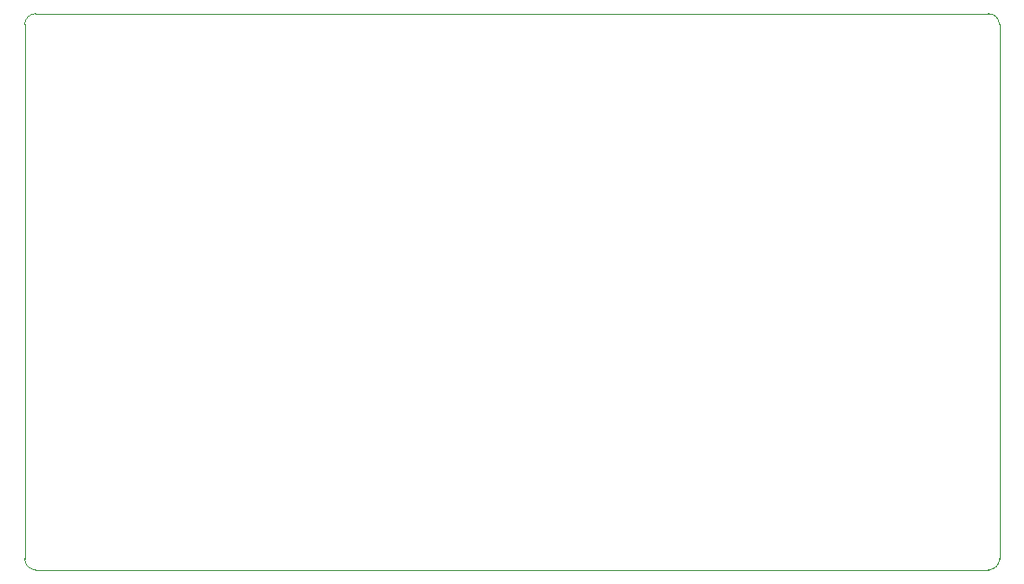
<source format=gbr>
G04 #@! TF.GenerationSoftware,KiCad,Pcbnew,5.1.5-1.fc31*
G04 #@! TF.CreationDate,2019-12-19T17:21:19-06:00*
G04 #@! TF.ProjectId,blinkencard,626c696e-6b65-46e6-9361-72642e6b6963,V2.0*
G04 #@! TF.SameCoordinates,Original*
G04 #@! TF.FileFunction,Profile,NP*
%FSLAX46Y46*%
G04 Gerber Fmt 4.6, Leading zero omitted, Abs format (unit mm)*
G04 Created by KiCad (PCBNEW 5.1.5-1.fc31) date 2019-12-19 17:21:19*
%MOMM*%
%LPD*%
G04 APERTURE LIST*
G04 #@! TA.AperFunction,Profile*
%ADD10C,0.050000*%
G04 #@! TD*
G04 APERTURE END LIST*
D10*
X23860000Y-73660000D02*
G75*
G02X22860000Y-72660000I0J1000000D01*
G01*
X111760000Y-72660000D02*
G75*
G02X110760000Y-73660000I-1000000J0D01*
G01*
X110760000Y-22860000D02*
G75*
G02X111760000Y-23860000I0J-1000000D01*
G01*
X22860000Y-23860000D02*
G75*
G02X23860000Y-22860000I1000000J0D01*
G01*
X22860000Y-23860000D02*
X22860000Y-72660000D01*
X23860000Y-73660000D02*
X110760000Y-73660000D01*
X111760000Y-23860000D02*
X111760000Y-72660000D01*
X23860000Y-22860000D02*
X110760000Y-22860000D01*
M02*

</source>
